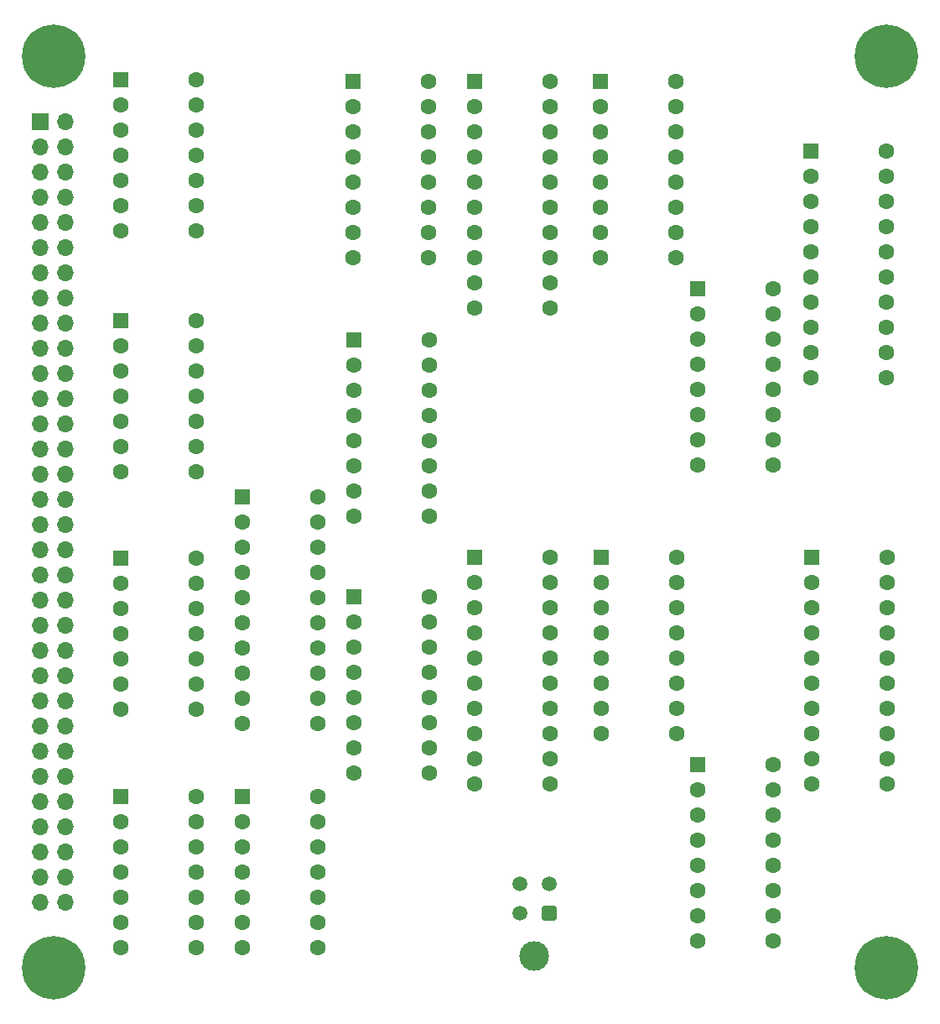
<source format=gbr>
%TF.GenerationSoftware,KiCad,Pcbnew,9.0.0*%
%TF.CreationDate,2025-03-09T01:52:38-05:00*%
%TF.ProjectId,tta8_cu,74746138-5f63-4752-9e6b-696361645f70,0*%
%TF.SameCoordinates,Original*%
%TF.FileFunction,Soldermask,Top*%
%TF.FilePolarity,Negative*%
%FSLAX46Y46*%
G04 Gerber Fmt 4.6, Leading zero omitted, Abs format (unit mm)*
G04 Created by KiCad (PCBNEW 9.0.0) date 2025-03-09 01:52:38*
%MOMM*%
%LPD*%
G01*
G04 APERTURE LIST*
G04 Aperture macros list*
%AMRoundRect*
0 Rectangle with rounded corners*
0 $1 Rounding radius*
0 $2 $3 $4 $5 $6 $7 $8 $9 X,Y pos of 4 corners*
0 Add a 4 corners polygon primitive as box body*
4,1,4,$2,$3,$4,$5,$6,$7,$8,$9,$2,$3,0*
0 Add four circle primitives for the rounded corners*
1,1,$1+$1,$2,$3*
1,1,$1+$1,$4,$5*
1,1,$1+$1,$6,$7*
1,1,$1+$1,$8,$9*
0 Add four rect primitives between the rounded corners*
20,1,$1+$1,$2,$3,$4,$5,0*
20,1,$1+$1,$4,$5,$6,$7,0*
20,1,$1+$1,$6,$7,$8,$9,0*
20,1,$1+$1,$8,$9,$2,$3,0*%
G04 Aperture macros list end*
%ADD10RoundRect,0.250000X-0.550000X-0.550000X0.550000X-0.550000X0.550000X0.550000X-0.550000X0.550000X0*%
%ADD11C,1.600000*%
%ADD12C,6.400000*%
%ADD13R,1.700000X1.700000*%
%ADD14O,1.700000X1.700000*%
%ADD15C,3.000000*%
%ADD16RoundRect,0.250001X0.499999X0.499999X-0.499999X0.499999X-0.499999X-0.499999X0.499999X-0.499999X0*%
%ADD17C,1.500000*%
G04 APERTURE END LIST*
D10*
%TO.C,U6*%
X89250000Y-105600000D03*
D11*
X89250000Y-108140000D03*
X89250000Y-110680000D03*
X89250000Y-113220000D03*
X89250000Y-115760000D03*
X89250000Y-118300000D03*
X89250000Y-120840000D03*
X89250000Y-123380000D03*
X96870000Y-123380000D03*
X96870000Y-120840000D03*
X96870000Y-118300000D03*
X96870000Y-115760000D03*
X96870000Y-113220000D03*
X96870000Y-110680000D03*
X96870000Y-108140000D03*
X96870000Y-105600000D03*
%TD*%
D10*
%TO.C,U12*%
X124000000Y-122460000D03*
D11*
X124000000Y-125000000D03*
X124000000Y-127540000D03*
X124000000Y-130080000D03*
X124000000Y-132620000D03*
X124000000Y-135160000D03*
X124000000Y-137700000D03*
X124000000Y-140240000D03*
X131620000Y-140240000D03*
X131620000Y-137700000D03*
X131620000Y-135160000D03*
X131620000Y-132620000D03*
X131620000Y-130080000D03*
X131620000Y-127540000D03*
X131620000Y-125000000D03*
X131620000Y-122460000D03*
%TD*%
D10*
%TO.C,U11*%
X114250000Y-101560000D03*
D11*
X114250000Y-104100000D03*
X114250000Y-106640000D03*
X114250000Y-109180000D03*
X114250000Y-111720000D03*
X114250000Y-114260000D03*
X114250000Y-116800000D03*
X114250000Y-119340000D03*
X121870000Y-119340000D03*
X121870000Y-116800000D03*
X121870000Y-114260000D03*
X121870000Y-111720000D03*
X121870000Y-109180000D03*
X121870000Y-106640000D03*
X121870000Y-104100000D03*
X121870000Y-101560000D03*
%TD*%
D12*
%TO.C,H3*%
X59000000Y-143000000D03*
%TD*%
%TO.C,H2*%
X143000000Y-51000000D03*
%TD*%
D10*
%TO.C,U14*%
X135380000Y-60570000D03*
D11*
X135380000Y-63110000D03*
X135380000Y-65650000D03*
X135380000Y-68190000D03*
X135380000Y-70730000D03*
X135380000Y-73270000D03*
X135380000Y-75810000D03*
X135380000Y-78350000D03*
X135380000Y-80890000D03*
X135380000Y-83430000D03*
X143000000Y-83430000D03*
X143000000Y-80890000D03*
X143000000Y-78350000D03*
X143000000Y-75810000D03*
X143000000Y-73270000D03*
X143000000Y-70730000D03*
X143000000Y-68190000D03*
X143000000Y-65650000D03*
X143000000Y-63110000D03*
X143000000Y-60570000D03*
%TD*%
D13*
%TO.C,J1*%
X57570000Y-57645000D03*
D14*
X60110000Y-57645000D03*
X57570000Y-60185000D03*
X60110000Y-60185000D03*
X57570000Y-62725000D03*
X60110000Y-62725000D03*
X57570000Y-65265000D03*
X60110000Y-65265000D03*
X57570000Y-67805000D03*
X60110000Y-67805000D03*
X57570000Y-70345000D03*
X60110000Y-70345000D03*
X57570000Y-72885000D03*
X60110000Y-72885000D03*
X57570000Y-75425000D03*
X60110000Y-75425000D03*
X57570000Y-77965000D03*
X60110000Y-77965000D03*
X57570000Y-80505000D03*
X60110000Y-80505000D03*
X57570000Y-83045000D03*
X60110000Y-83045000D03*
X57570000Y-85585000D03*
X60110000Y-85585000D03*
X57570000Y-88125000D03*
X60110000Y-88125000D03*
X57570000Y-90665000D03*
X60110000Y-90665000D03*
X57570000Y-93205000D03*
X60110000Y-93205000D03*
X57570000Y-95745000D03*
X60110000Y-95745000D03*
X57570000Y-98285000D03*
X60110000Y-98285000D03*
X57570000Y-100825000D03*
X60110000Y-100825000D03*
X57570000Y-103365000D03*
X60110000Y-103365000D03*
X57570000Y-105905000D03*
X60110000Y-105905000D03*
X57570000Y-108445000D03*
X60110000Y-108445000D03*
X57570000Y-110985000D03*
X60110000Y-110985000D03*
X57570000Y-113525000D03*
X60110000Y-113525000D03*
X57570000Y-116065000D03*
X60110000Y-116065000D03*
X57570000Y-118605000D03*
X60110000Y-118605000D03*
X57570000Y-121145000D03*
X60110000Y-121145000D03*
X57570000Y-123685000D03*
X60110000Y-123685000D03*
X57570000Y-126225000D03*
X60110000Y-126225000D03*
X57570000Y-128765000D03*
X60110000Y-128765000D03*
X57570000Y-131305000D03*
X60110000Y-131305000D03*
X57570000Y-133845000D03*
X60110000Y-133845000D03*
X57570000Y-136385000D03*
X60110000Y-136385000D03*
%TD*%
D10*
%TO.C,U5*%
X78000000Y-95470000D03*
D11*
X78000000Y-98010000D03*
X78000000Y-100550000D03*
X78000000Y-103090000D03*
X78000000Y-105630000D03*
X78000000Y-108170000D03*
X78000000Y-110710000D03*
X78000000Y-113250000D03*
X78000000Y-115790000D03*
X78000000Y-118330000D03*
X85620000Y-118330000D03*
X85620000Y-115790000D03*
X85620000Y-113250000D03*
X85620000Y-110710000D03*
X85620000Y-108170000D03*
X85620000Y-105630000D03*
X85620000Y-103090000D03*
X85620000Y-100550000D03*
X85620000Y-98010000D03*
X85620000Y-95470000D03*
%TD*%
D12*
%TO.C,H1*%
X59000000Y-51000000D03*
%TD*%
D10*
%TO.C,U4*%
X65750000Y-125710000D03*
D11*
X65750000Y-128250000D03*
X65750000Y-130790000D03*
X65750000Y-133330000D03*
X65750000Y-135870000D03*
X65750000Y-138410000D03*
X65750000Y-140950000D03*
X73370000Y-140950000D03*
X73370000Y-138410000D03*
X73370000Y-135870000D03*
X73370000Y-133330000D03*
X73370000Y-130790000D03*
X73370000Y-128250000D03*
X73370000Y-125710000D03*
%TD*%
D10*
%TO.C,U1*%
X65695000Y-53380000D03*
D11*
X65695000Y-55920000D03*
X65695000Y-58460000D03*
X65695000Y-61000000D03*
X65695000Y-63540000D03*
X65695000Y-66080000D03*
X65695000Y-68620000D03*
X73315000Y-68620000D03*
X73315000Y-66080000D03*
X73315000Y-63540000D03*
X73315000Y-61000000D03*
X73315000Y-58460000D03*
X73315000Y-55920000D03*
X73315000Y-53380000D03*
%TD*%
D10*
%TO.C,U8*%
X89195000Y-53560000D03*
D11*
X89195000Y-56100000D03*
X89195000Y-58640000D03*
X89195000Y-61180000D03*
X89195000Y-63720000D03*
X89195000Y-66260000D03*
X89195000Y-68800000D03*
X89195000Y-71340000D03*
X96815000Y-71340000D03*
X96815000Y-68800000D03*
X96815000Y-66260000D03*
X96815000Y-63720000D03*
X96815000Y-61180000D03*
X96815000Y-58640000D03*
X96815000Y-56100000D03*
X96815000Y-53560000D03*
%TD*%
D10*
%TO.C,U9*%
X114195000Y-53610000D03*
D11*
X114195000Y-56150000D03*
X114195000Y-58690000D03*
X114195000Y-61230000D03*
X114195000Y-63770000D03*
X114195000Y-66310000D03*
X114195000Y-68850000D03*
X114195000Y-71390000D03*
X121815000Y-71390000D03*
X121815000Y-68850000D03*
X121815000Y-66310000D03*
X121815000Y-63770000D03*
X121815000Y-61230000D03*
X121815000Y-58690000D03*
X121815000Y-56150000D03*
X121815000Y-53610000D03*
%TD*%
D10*
%TO.C,U3*%
X65750000Y-101700000D03*
D11*
X65750000Y-104240000D03*
X65750000Y-106780000D03*
X65750000Y-109320000D03*
X65750000Y-111860000D03*
X65750000Y-114400000D03*
X65750000Y-116940000D03*
X73370000Y-116940000D03*
X73370000Y-114400000D03*
X73370000Y-111860000D03*
X73370000Y-109320000D03*
X73370000Y-106780000D03*
X73370000Y-104240000D03*
X73370000Y-101700000D03*
%TD*%
D10*
%TO.C,U7*%
X89250000Y-79660000D03*
D11*
X89250000Y-82200000D03*
X89250000Y-84740000D03*
X89250000Y-87280000D03*
X89250000Y-89820000D03*
X89250000Y-92360000D03*
X89250000Y-94900000D03*
X89250000Y-97440000D03*
X96870000Y-97440000D03*
X96870000Y-94900000D03*
X96870000Y-92360000D03*
X96870000Y-89820000D03*
X96870000Y-87280000D03*
X96870000Y-84740000D03*
X96870000Y-82200000D03*
X96870000Y-79660000D03*
%TD*%
D15*
%TO.C,J2*%
X107500000Y-141820000D03*
D16*
X109000000Y-137500000D03*
D17*
X106000000Y-137500000D03*
X109000000Y-134500000D03*
X106000000Y-134500000D03*
%TD*%
D12*
%TO.C,H4*%
X143000000Y-143000000D03*
%TD*%
D10*
%TO.C,U10*%
X124000000Y-74520000D03*
D11*
X124000000Y-77060000D03*
X124000000Y-79600000D03*
X124000000Y-82140000D03*
X124000000Y-84680000D03*
X124000000Y-87220000D03*
X124000000Y-89760000D03*
X124000000Y-92300000D03*
X131620000Y-92300000D03*
X131620000Y-89760000D03*
X131620000Y-87220000D03*
X131620000Y-84680000D03*
X131620000Y-82140000D03*
X131620000Y-79600000D03*
X131620000Y-77060000D03*
X131620000Y-74520000D03*
%TD*%
D10*
%TO.C,U16*%
X101500000Y-53560000D03*
D11*
X101500000Y-56100000D03*
X101500000Y-58640000D03*
X101500000Y-61180000D03*
X101500000Y-63720000D03*
X101500000Y-66260000D03*
X101500000Y-68800000D03*
X101500000Y-71340000D03*
X101500000Y-73880000D03*
X101500000Y-76420000D03*
X109120000Y-76420000D03*
X109120000Y-73880000D03*
X109120000Y-71340000D03*
X109120000Y-68800000D03*
X109120000Y-66260000D03*
X109120000Y-63720000D03*
X109120000Y-61180000D03*
X109120000Y-58640000D03*
X109120000Y-56100000D03*
X109120000Y-53560000D03*
%TD*%
D10*
%TO.C,U2*%
X65750000Y-77700000D03*
D11*
X65750000Y-80240000D03*
X65750000Y-82780000D03*
X65750000Y-85320000D03*
X65750000Y-87860000D03*
X65750000Y-90400000D03*
X65750000Y-92940000D03*
X73370000Y-92940000D03*
X73370000Y-90400000D03*
X73370000Y-87860000D03*
X73370000Y-85320000D03*
X73370000Y-82780000D03*
X73370000Y-80240000D03*
X73370000Y-77700000D03*
%TD*%
D10*
%TO.C,U15*%
X135500000Y-101620000D03*
D11*
X135500000Y-104160000D03*
X135500000Y-106700000D03*
X135500000Y-109240000D03*
X135500000Y-111780000D03*
X135500000Y-114320000D03*
X135500000Y-116860000D03*
X135500000Y-119400000D03*
X135500000Y-121940000D03*
X135500000Y-124480000D03*
X143120000Y-124480000D03*
X143120000Y-121940000D03*
X143120000Y-119400000D03*
X143120000Y-116860000D03*
X143120000Y-114320000D03*
X143120000Y-111780000D03*
X143120000Y-109240000D03*
X143120000Y-106700000D03*
X143120000Y-104160000D03*
X143120000Y-101620000D03*
%TD*%
D10*
%TO.C,U13*%
X78000000Y-125710000D03*
D11*
X78000000Y-128250000D03*
X78000000Y-130790000D03*
X78000000Y-133330000D03*
X78000000Y-135870000D03*
X78000000Y-138410000D03*
X78000000Y-140950000D03*
X85620000Y-140950000D03*
X85620000Y-138410000D03*
X85620000Y-135870000D03*
X85620000Y-133330000D03*
X85620000Y-130790000D03*
X85620000Y-128250000D03*
X85620000Y-125710000D03*
%TD*%
D10*
%TO.C,U17*%
X101500000Y-101560000D03*
D11*
X101500000Y-104100000D03*
X101500000Y-106640000D03*
X101500000Y-109180000D03*
X101500000Y-111720000D03*
X101500000Y-114260000D03*
X101500000Y-116800000D03*
X101500000Y-119340000D03*
X101500000Y-121880000D03*
X101500000Y-124420000D03*
X109120000Y-124420000D03*
X109120000Y-121880000D03*
X109120000Y-119340000D03*
X109120000Y-116800000D03*
X109120000Y-114260000D03*
X109120000Y-111720000D03*
X109120000Y-109180000D03*
X109120000Y-106640000D03*
X109120000Y-104100000D03*
X109120000Y-101560000D03*
%TD*%
M02*

</source>
